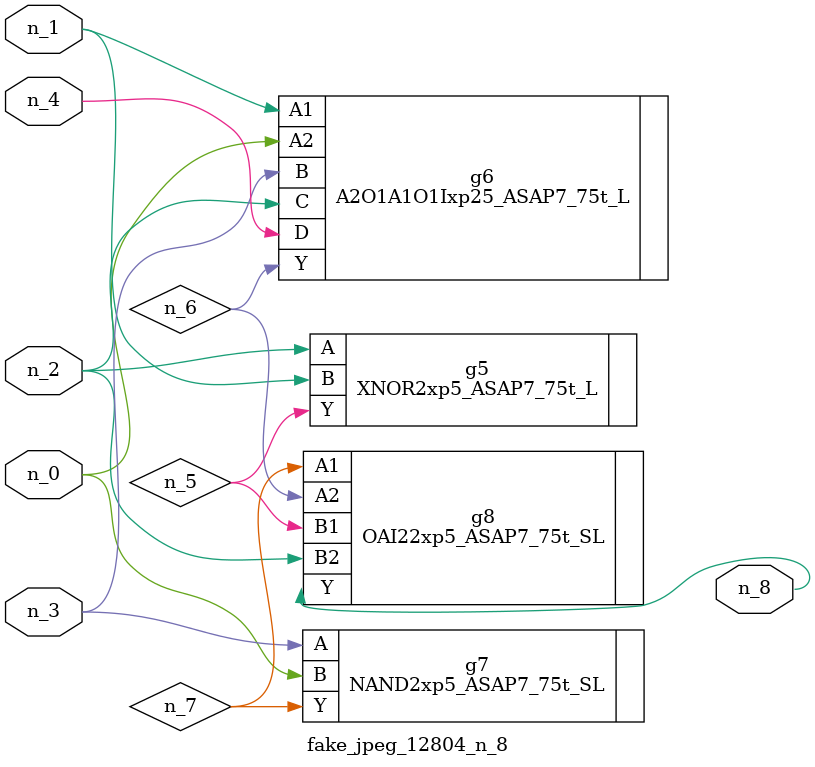
<source format=v>
module fake_jpeg_12804_n_8 (n_3, n_2, n_1, n_0, n_4, n_8);

input n_3;
input n_2;
input n_1;
input n_0;
input n_4;

output n_8;

wire n_6;
wire n_5;
wire n_7;

XNOR2xp5_ASAP7_75t_L g5 ( 
.A(n_2),
.B(n_1),
.Y(n_5)
);

A2O1A1O1Ixp25_ASAP7_75t_L g6 ( 
.A1(n_1),
.A2(n_0),
.B(n_3),
.C(n_2),
.D(n_4),
.Y(n_6)
);

NAND2xp5_ASAP7_75t_SL g7 ( 
.A(n_3),
.B(n_0),
.Y(n_7)
);

OAI22xp5_ASAP7_75t_SL g8 ( 
.A1(n_7),
.A2(n_6),
.B1(n_5),
.B2(n_2),
.Y(n_8)
);


endmodule
</source>
